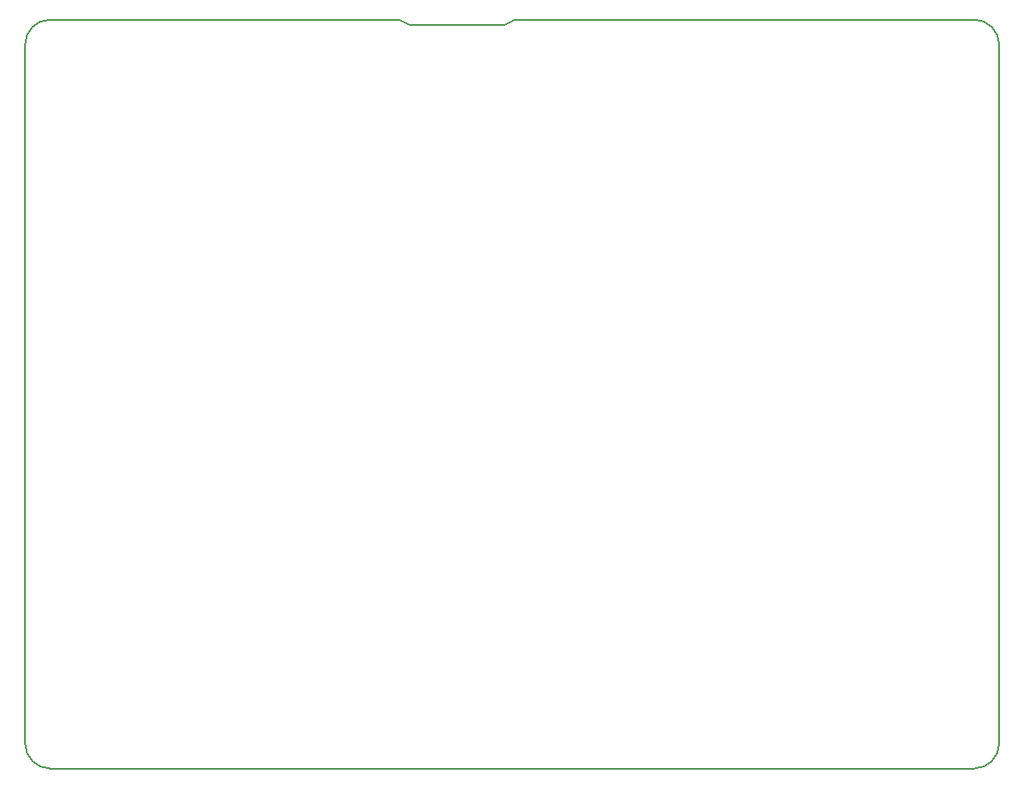
<source format=gbr>
G04 #@! TF.GenerationSoftware,KiCad,Pcbnew,5.0.2+dfsg1-1*
G04 #@! TF.CreationDate,2021-03-18T17:53:01+01:00*
G04 #@! TF.ProjectId,pico-dev,7069636f-2d64-4657-962e-6b696361645f,rev?*
G04 #@! TF.SameCoordinates,Original*
G04 #@! TF.FileFunction,Profile,NP*
%FSLAX46Y46*%
G04 Gerber Fmt 4.6, Leading zero omitted, Abs format (unit mm)*
G04 Created by KiCad (PCBNEW 5.0.2+dfsg1-1) date jeu. 18 mars 2021 17:53:01 CET*
%MOMM*%
%LPD*%
G01*
G04 APERTURE LIST*
%ADD10C,0.150000*%
G04 APERTURE END LIST*
D10*
X112776000Y-25908000D02*
X111760000Y-25400000D01*
X122428000Y-25908000D02*
X123444000Y-25400000D01*
X112776000Y-25908000D02*
X122428000Y-25908000D01*
X123444000Y-25400000D02*
X170180000Y-25400000D01*
X73660000Y-27940000D02*
X73660000Y-99060000D01*
X172720000Y-27940000D02*
X172720000Y-99060000D01*
X76200000Y-101600000D02*
G75*
G02X73660000Y-99060000I0J2540000D01*
G01*
X172720000Y-99060000D02*
G75*
G02X170180000Y-101600000I-2540000J0D01*
G01*
X170180000Y-25400000D02*
G75*
G02X172720000Y-27940000I0J-2540000D01*
G01*
X73660000Y-27940000D02*
G75*
G02X76200000Y-25400000I2540000J0D01*
G01*
X76200000Y-25400000D02*
X111760000Y-25400000D01*
X170180000Y-101600000D02*
X76200000Y-101600000D01*
M02*

</source>
